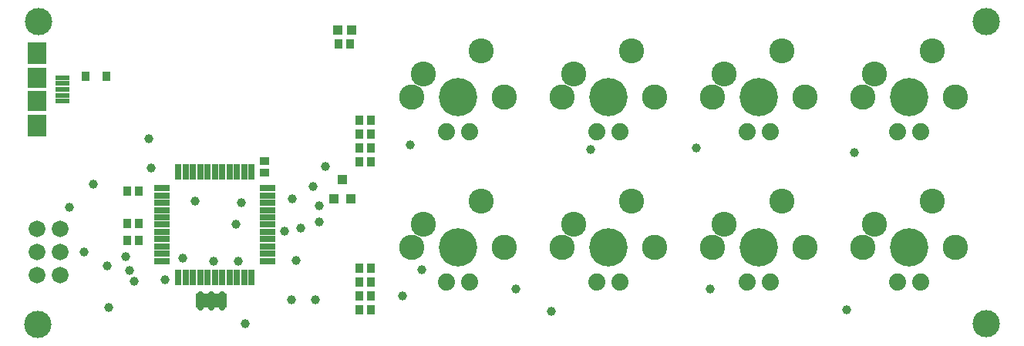
<source format=gts>
G75*
%MOIN*%
%OFA0B0*%
%FSLAX25Y25*%
%IPPOS*%
%LPD*%
%AMOC8*
5,1,8,0,0,1.08239X$1,22.5*
%
%ADD10C,0.11824*%
%ADD11R,0.06706X0.02769*%
%ADD12R,0.02769X0.06706*%
%ADD13C,0.07200*%
%ADD14R,0.03556X0.04343*%
%ADD15C,0.02572*%
%ADD16R,0.13760X0.06040*%
%ADD17R,0.06312X0.02375*%
%ADD18R,0.08280X0.08674*%
%ADD19R,0.08280X0.09461*%
%ADD20R,0.03280X0.04068*%
%ADD21R,0.04343X0.03556*%
%ADD22R,0.03950X0.04343*%
%ADD23C,0.10800*%
%ADD24C,0.10924*%
%ADD25C,0.16550*%
%ADD26C,0.07400*%
%ADD27R,0.03950X0.03950*%
%ADD28C,0.03900*%
D10*
X0024016Y0010337D03*
X0024362Y0141211D03*
X0433748Y0141211D03*
X0433748Y0010369D03*
D11*
X0123307Y0037620D03*
X0123307Y0040770D03*
X0123307Y0043920D03*
X0123307Y0047069D03*
X0123307Y0050219D03*
X0123307Y0053369D03*
X0123307Y0056518D03*
X0123307Y0059668D03*
X0123307Y0062817D03*
X0123307Y0065967D03*
X0123307Y0069117D03*
X0077638Y0069117D03*
X0077638Y0065967D03*
X0077638Y0062817D03*
X0077638Y0059668D03*
X0077638Y0056518D03*
X0077638Y0053369D03*
X0077638Y0050219D03*
X0077638Y0047069D03*
X0077638Y0043920D03*
X0077638Y0040770D03*
X0077638Y0037620D03*
D12*
X0084724Y0030534D03*
X0087874Y0030534D03*
X0091024Y0030534D03*
X0094173Y0030534D03*
X0097323Y0030534D03*
X0100472Y0030534D03*
X0103622Y0030534D03*
X0106772Y0030534D03*
X0109921Y0030534D03*
X0113071Y0030534D03*
X0116220Y0030534D03*
X0116220Y0076203D03*
X0113071Y0076203D03*
X0109921Y0076203D03*
X0106772Y0076203D03*
X0103622Y0076203D03*
X0100472Y0076203D03*
X0097323Y0076203D03*
X0094173Y0076203D03*
X0091024Y0076203D03*
X0087874Y0076203D03*
X0084724Y0076203D03*
D13*
X0033472Y0051369D03*
X0023472Y0051369D03*
X0023472Y0041369D03*
X0033472Y0041369D03*
X0033472Y0031369D03*
X0023472Y0031369D03*
D14*
X0062413Y0046369D03*
X0067531Y0046369D03*
X0067531Y0053869D03*
X0062413Y0053869D03*
X0062413Y0067869D03*
X0067531Y0067869D03*
X0162913Y0080369D03*
X0168031Y0080369D03*
X0168031Y0086369D03*
X0162913Y0086369D03*
X0162913Y0092369D03*
X0168031Y0092369D03*
X0168031Y0098369D03*
X0162913Y0098369D03*
X0159031Y0131369D03*
X0153913Y0131369D03*
X0162913Y0034369D03*
X0168031Y0034369D03*
X0168031Y0028369D03*
X0162913Y0028369D03*
X0162913Y0022369D03*
X0168031Y0022369D03*
X0168031Y0016369D03*
X0162913Y0016369D03*
D15*
X0103697Y0017505D02*
X0103697Y0023233D01*
X0098972Y0023233D02*
X0098972Y0017505D01*
X0094248Y0017505D02*
X0094248Y0023233D01*
D16*
X0098982Y0020378D03*
D17*
X0034693Y0106750D03*
X0034693Y0109309D03*
X0034693Y0111869D03*
X0034693Y0114428D03*
X0034693Y0116987D03*
D18*
X0023472Y0116790D03*
X0023472Y0106947D03*
D19*
X0023472Y0096120D03*
X0023472Y0127617D03*
D20*
X0044445Y0117369D03*
X0053500Y0117369D03*
D21*
X0121858Y0081014D03*
X0121858Y0075896D03*
D22*
X0151732Y0064431D03*
X0159213Y0064431D03*
X0155472Y0072699D03*
D23*
X0190472Y0053369D03*
X0215472Y0063369D03*
X0255472Y0053369D03*
X0280472Y0063369D03*
X0320472Y0053369D03*
X0345472Y0063369D03*
X0385472Y0053369D03*
X0410472Y0063369D03*
X0385472Y0118369D03*
X0410472Y0128369D03*
X0345472Y0128369D03*
X0320472Y0118369D03*
X0280472Y0128369D03*
X0255472Y0118369D03*
X0215472Y0128369D03*
X0190472Y0118369D03*
D24*
X0185472Y0108369D03*
X0225472Y0108369D03*
X0250472Y0108369D03*
X0290472Y0108369D03*
X0315472Y0108369D03*
X0355472Y0108369D03*
X0380472Y0108369D03*
X0420472Y0108369D03*
X0420472Y0043369D03*
X0380472Y0043369D03*
X0355472Y0043369D03*
X0315472Y0043369D03*
X0290472Y0043369D03*
X0250472Y0043369D03*
X0225472Y0043369D03*
X0185472Y0043369D03*
D25*
X0205472Y0043369D03*
X0270472Y0043369D03*
X0335472Y0043369D03*
X0400472Y0043369D03*
X0400472Y0108369D03*
X0335472Y0108369D03*
X0270472Y0108369D03*
X0205472Y0108369D03*
D26*
X0200472Y0093369D03*
X0210472Y0093369D03*
X0265472Y0093369D03*
X0275472Y0093369D03*
X0330472Y0093369D03*
X0340472Y0093369D03*
X0395472Y0093369D03*
X0405472Y0093369D03*
X0405472Y0028369D03*
X0395472Y0028369D03*
X0340472Y0028369D03*
X0330472Y0028369D03*
X0275472Y0028369D03*
X0265472Y0028369D03*
X0210472Y0028369D03*
X0200472Y0028369D03*
D27*
X0159425Y0137369D03*
X0153520Y0137369D03*
D28*
X0071972Y0090369D03*
X0072972Y0077869D03*
X0047972Y0070869D03*
X0037472Y0060869D03*
X0091972Y0063369D03*
X0111972Y0062869D03*
X0133972Y0064369D03*
X0145472Y0061369D03*
X0145472Y0054369D03*
X0137472Y0051869D03*
X0130472Y0050369D03*
X0109472Y0053369D03*
X0086472Y0038869D03*
X0099972Y0037369D03*
X0110472Y0037369D03*
X0135472Y0037869D03*
X0181472Y0022369D03*
X0189972Y0033869D03*
X0230472Y0025369D03*
X0245972Y0015869D03*
X0314472Y0025369D03*
X0373472Y0016369D03*
X0376972Y0084369D03*
X0308472Y0086369D03*
X0262972Y0085869D03*
X0184972Y0087869D03*
X0148372Y0078569D03*
X0142772Y0069969D03*
X0061972Y0039369D03*
X0053972Y0035369D03*
X0063472Y0033369D03*
X0065472Y0028869D03*
X0078972Y0029369D03*
X0054472Y0017369D03*
X0113472Y0010369D03*
X0133472Y0020869D03*
X0143972Y0020869D03*
X0043972Y0041369D03*
M02*

</source>
